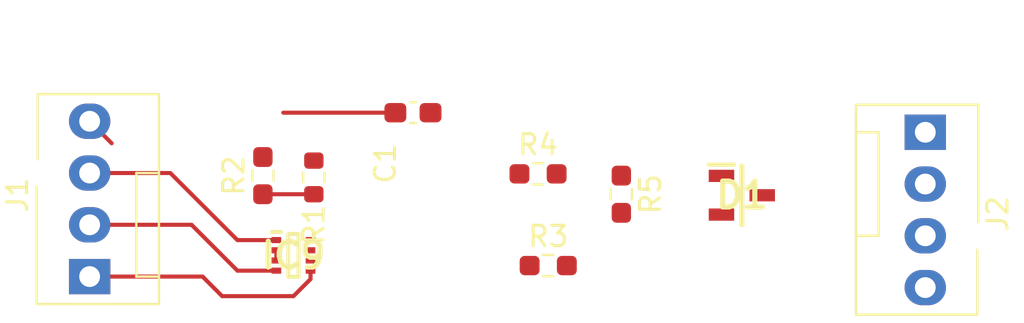
<source format=kicad_pcb>
(kicad_pcb (version 20240108) (generator "pcbnew") (generator_version "8.0")
  (layers (0 "F.Cu" signal) (31 "B.Cu" signal) (34 "B.Paste" user) (35 "F.Paste" user) (36 "B.SilkS" user "B.Silkscreen") (37 "F.SilkS" user "F.Silkscreen") (38 "B.Mask" user) (39 "F.Mask" user) (44 "Edge.Cuts" user))
  (net 0 "")
  (net 1 "VDD")
  (net 2 "GND")
  (net 3 "Net-(IC9-~{RE})")
  (net 4 "/UART RX")
  (net 5 "Net-(IC9-A)")
  (net 6 "Net-(IC9-B)")
  (net 7 "Net-(J2-Pin_2)")
  (net 8 "Net-(J2-Pin_3)")
  (net 9 "Net-(IC9-D)")
  (footprint "Library:SOT95P230X117-3N" (layer "F.Cu") (at 150 82.05)
    (property "Reference" "D1" (at 0 0 0) (layer "F.SilkS") (effects (font (size 1.27 1.27) (thickness 0.254))))
    (property "Value" "SM712" (hide yes))
    (fp_line (start -1.625 -1.5) (end -0.375 -1.5) (stroke (width 0.2)) (layer "F.SilkS"))
    (fp_line (start -0.025 -1.45) (end 0.025 -1.45) (stroke (width 0.2)) (layer "F.SilkS"))
    (fp_line (start -0.025 1.45) (end -0.025 -1.45) (stroke (width 0.2)) (layer "F.SilkS"))
    (fp_line (start 0.025 -1.45) (end 0.025 1.45) (stroke (width 0.2)) (layer "F.SilkS"))
    (fp_line (start 0.025 1.45) (end -0.025 1.45) (stroke (width 0.2)) (layer "F.SilkS"))
    (pad "1" smd rect (at -1 -0.95 90) (size 0.6 1.25) (layers "F.Cu" "F.Paste" "F.Mask") (net 8 "Net-(J2-Pin_3)"))
    (pad "2" smd rect (at -1 0.95 90) (size 0.6 1.25) (layers "F.Cu" "F.Paste" "F.Mask") (net 7 "Net-(J2-Pin_2)"))
    (pad "3" smd rect (at 1 0 90) (size 0.6 1.25) (layers "F.Cu" "F.Paste" "F.Mask") (net 2 "GND"))
  )
  (footprint "Resistor_SMD:R_0603_1608Metric_Pad0.98x0.95mm_HandSolder" (layer "F.Cu") (at 140.5 85.5)
    (property "Reference" "R3" (at 0 -1.43 0) (layer "F.SilkS"))
    (property "Value" "R")
    (fp_line (start -0.254724 -0.5225) (end 0.254724 -0.5225) (stroke (width 0.12)) (layer "F.SilkS"))
    (fp_line (start -0.254724 0.5225) (end 0.254724 0.5225) (stroke (width 0.12)) (layer "F.SilkS"))
    (pad "1" smd roundrect (at -0.9125 0) (size 0.975 0.95) (layers "F.Cu" "F.Paste" "F.Mask") (net 6 "Net-(IC9-B)"))
    (pad "2" smd roundrect (at 0.9125 0) (size 0.975 0.95) (layers "F.Cu" "F.Paste" "F.Mask") (net 7 "Net-(J2-Pin_2)"))
  )
  (footprint "Resistor_SMD:R_0603_1608Metric" (layer "F.Cu") (at 129 81.175 90)
    (property "Reference" "R1" (at -2.325 0 90) (layer "F.SilkS"))
    (property "Value" "R")
    (fp_line (start -0.237258 -0.5225) (end 0.237258 -0.5225) (stroke (width 0.12)) (layer "F.SilkS"))
    (fp_line (start -0.237258 0.5225) (end 0.237258 0.5225) (stroke (width 0.12)) (layer "F.SilkS"))
    (pad "1" smd roundrect (at -0.825 0 90) (size 0.8 0.95) (layers "F.Cu" "F.Paste" "F.Mask") (net 1 "VDD"))
    (pad "2" smd roundrect (at 0.825 0 90) (size 0.8 0.95) (layers "F.Cu" "F.Paste" "F.Mask") (net 4 "/UART RX"))
  )
  (footprint "Capacitor_SMD:C_0603_1608Metric_Pad1.08x0.95mm_HandSolder" (layer "F.Cu") (at 133.8625 78)
    (property "Reference" "C1" (at -1.3625 2.5 90) (layer "F.SilkS"))
    (property "Value" "C")
    (fp_line (start -0.146267 -0.51) (end 0.146267 -0.51) (stroke (width 0.12)) (layer "F.SilkS"))
    (fp_line (start -0.146267 0.51) (end 0.146267 0.51) (stroke (width 0.12)) (layer "F.SilkS"))
    (pad "1" smd roundrect (at -0.8625 0) (size 1.075 0.95) (layers "F.Cu" "F.Paste" "F.Mask") (net 1 "VDD"))
    (pad "2" smd roundrect (at 0.8625 0) (size 1.075 0.95) (layers "F.Cu" "F.Paste" "F.Mask") (net 2 "GND"))
  )
  (footprint "Resistor_SMD:R_0603_1608Metric_Pad0.98x0.95mm_HandSolder" (layer "F.Cu") (at 140 81)
    (property "Reference" "R4" (at 0 -1.43 0) (layer "F.SilkS"))
    (property "Value" "R")
    (fp_line (start -0.254724 -0.5225) (end 0.254724 -0.5225) (stroke (width 0.12)) (layer "F.SilkS"))
    (fp_line (start -0.254724 0.5225) (end 0.254724 0.5225) (stroke (width 0.12)) (layer "F.SilkS"))
    (pad "1" smd roundrect (at -0.9125 0) (size 0.975 0.95) (layers "F.Cu" "F.Paste" "F.Mask") (net 5 "Net-(IC9-A)"))
    (pad "2" smd roundrect (at 0.9125 0) (size 0.975 0.95) (layers "F.Cu" "F.Paste" "F.Mask") (net 8 "Net-(J2-Pin_3)"))
  )
  (footprint "Connector:FanPinHeader_1x04_P2.54mm_Vertical" (layer "F.Cu") (at 118 86.04 90)
    (property "Reference" "J1" (at 4 -3.55 90) (layer "F.SilkS"))
    (property "Value" "~")
    (fp_line (start -1.35 -2.6) (end 4.4 -2.6) (stroke (width 0.12)) (layer "F.SilkS"))
    (fp_line (start 8.95 -2.55) (end 8.95 3.4) (stroke (width 0.12)) (layer "F.SilkS"))
    (fp_line (start 5.75 -2.55) (end 8.95 -2.55) (stroke (width 0.12)) (layer "F.SilkS"))
    (fp_line (start 5.08 2.29) (end 5.08 3.3) (stroke (width 0.12)) (layer "F.SilkS"))
    (fp_line (start 0 2.29) (end 5.08 2.29) (stroke (width 0.12)) (layer "F.SilkS"))
    (fp_line (start 0 3.3) (end 0 2.29) (stroke (width 0.12)) (layer "F.SilkS"))
    (fp_line (start 8.95 3.4) (end -1.35 3.4) (stroke (width 0.12)) (layer "F.SilkS"))
    (fp_line (start -1.35 3.4) (end -1.35 -2.6) (stroke (width 0.12)) (layer "F.SilkS"))
    (pad "" np_thru_hole circle (at 5.08 -2.16 180) (size 1.1 1.1) (drill 1.1) (layers "*.Cu" "*.Mask"))
    (pad "1" thru_hole rect (at 0 0 180) (size 2.03 1.73) (drill 1.02) (layers "*.Cu" "*.Mask") (net 2 "GND"))
    (pad "2" thru_hole oval (at 2.54 0 180) (size 2.03 1.73) (drill 1.02) (layers "*.Cu" "*.Mask") (net 9 "Net-(IC9-D)"))
    (pad "3" thru_hole oval (at 5.08 0 180) (size 2.03 1.73) (drill 1.02) (layers "*.Cu" "*.Mask") (net 4 "/UART RX"))
    (pad "4" thru_hole oval (at 7.62 0 180) (size 2.03 1.73) (drill 1.02) (layers "*.Cu" "*.Mask") (net 1 "VDD"))
  )
  (footprint "Library:SOTFL50P160X60-8N" (layer "F.Cu") (at 128 85)
    (property "Reference" "IC9" (at 0 0 0) (layer "F.SilkS") (effects (font (size 1.27 1.27) (thickness 0.254))))
    (property "Value" "THVD1426DRLR" (hide yes))
    (fp_line (start -1.075 -1.15) (end -0.6 -1.15) (stroke (width 0.2)) (layer "F.SilkS"))
    (fp_line (start -0.25 -1.05) (end 0.25 -1.05) (stroke (width 0.2)) (layer "F.SilkS"))
    (fp_line (start -0.25 1.05) (end -0.25 -1.05) (stroke (width 0.2)) (layer "F.SilkS"))
    (fp_line (start 0.25 -1.05) (end 0.25 1.05) (stroke (width 0.2)) (layer "F.SilkS"))
    (fp_line (start 0.25 1.05) (end -0.25 1.05) (stroke (width 0.2)) (layer "F.SilkS"))
    (pad "1" smd rect (at -0.838 -0.75 90) (size 0.3 0.475) (layers "F.Cu" "F.Paste" "F.Mask") (net 4 "/UART RX"))
    (pad "2" smd rect (at -0.838 -0.25 90) (size 0.3 0.475) (layers "F.Cu" "F.Paste" "F.Mask") (net 3 "Net-(IC9-~{RE})"))
    (pad "3" smd rect (at -0.838 0.25 90) (size 0.3 0.475) (layers "F.Cu" "F.Paste" "F.Mask") (net 3 "Net-(IC9-~{RE})"))
    (pad "4" smd rect (at -0.838 0.75 90) (size 0.3 0.475) (layers "F.Cu" "F.Paste" "F.Mask") (net 9 "Net-(IC9-D)"))
    (pad "5" smd rect (at 0.838 0.75 90) (size 0.3 0.475) (layers "F.Cu" "F.Paste" "F.Mask") (net 2 "GND"))
    (pad "6" smd rect (at 0.838 0.25 90) (size 0.3 0.475) (layers "F.Cu" "F.Paste" "F.Mask") (net 5 "Net-(IC9-A)"))
    (pad "7" smd rect (at 0.838 -0.25 90) (size 0.3 0.475) (layers "F.Cu" "F.Paste" "F.Mask") (net 6 "Net-(IC9-B)"))
    (pad "8" smd rect (at 0.838 -0.75 90) (size 0.3 0.475) (layers "F.Cu" "F.Paste" "F.Mask") (net 1 "VDD"))
  )
  (footprint "Resistor_SMD:R_0603_1608Metric_Pad0.98x0.95mm_HandSolder" (layer "F.Cu") (at 144.0875 82 -90)
    (property "Reference" "R5" (at 0 -1.43 90) (layer "F.SilkS"))
    (property "Value" "R")
    (fp_line (start -0.254724 0.5225) (end 0.254724 0.5225) (stroke (width 0.12)) (layer "F.SilkS"))
    (fp_line (start -0.254724 -0.5225) (end 0.254724 -0.5225) (stroke (width 0.12)) (layer "F.SilkS"))
    (pad "1" smd roundrect (at -0.9125 0 270) (size 0.975 0.95) (layers "F.Cu" "F.Paste" "F.Mask") (net 8 "Net-(J2-Pin_3)"))
    (pad "2" smd roundrect (at 0.9125 0 270) (size 0.975 0.95) (layers "F.Cu" "F.Paste" "F.Mask") (net 7 "Net-(J2-Pin_2)"))
  )
  (footprint "Connector:FanPinHeader_1x04_P2.54mm_Vertical" (layer "F.Cu") (at 159 78.96 -90)
    (property "Reference" "J2" (at 4 -3.55 90) (layer "F.SilkS"))
    (property "Value" "Conn_01x04_Socket")
    (fp_line (start -1.35 3.4) (end -1.35 -2.6) (stroke (width 0.12)) (layer "F.SilkS"))
    (fp_line (start 8.95 3.4) (end -1.35 3.4) (stroke (width 0.12)) (layer "F.SilkS"))
    (fp_line (start 0 3.3) (end 0 2.29) (stroke (width 0.12)) (layer "F.SilkS"))
    (fp_line (start 0 2.29) (end 5.08 2.29) (stroke (width 0.12)) (layer "F.SilkS"))
    (fp_line (start 5.08 2.29) (end 5.08 3.3) (stroke (width 0.12)) (layer "F.SilkS"))
    (fp_line (start 5.75 -2.55) (end 8.95 -2.55) (stroke (width 0.12)) (layer "F.SilkS"))
    (fp_line (start 8.95 -2.55) (end 8.95 3.4) (stroke (width 0.12)) (layer "F.SilkS"))
    (fp_line (start -1.35 -2.6) (end 4.4 -2.6) (stroke (width 0.12)) (layer "F.SilkS"))
    (pad "" np_thru_hole circle (at 5.08 -2.16) (size 1.1 1.1) (drill 1.1) (layers "*.Cu" "*.Mask"))
    (pad "1" thru_hole rect (at 0 0) (size 2.03 1.73) (drill 1.02) (layers "*.Cu" "*.Mask") (net 2 "GND"))
    (pad "2" thru_hole oval (at 2.54 0) (size 2.03 1.73) (drill 1.02) (layers "*.Cu" "*.Mask") (net 7 "Net-(J2-Pin_2)"))
    (pad "3" thru_hole oval (at 5.08 0) (size 2.03 1.73) (drill 1.02) (layers "*.Cu" "*.Mask") (net 8 "Net-(J2-Pin_3)"))
    (pad "4" thru_hole oval (at 7.62 0) (size 2.03 1.73) (drill 1.02) (layers "*.Cu" "*.Mask") (net 1 "VDD"))
  )
  (footprint "Resistor_SMD:R_0603_1608Metric_Pad0.98x0.95mm_HandSolder" (layer "F.Cu") (at 126.5 81.0875 90)
    (property "Reference" "R2" (at 0 -1.43 90) (layer "F.SilkS"))
    (property "Value" "R")
    (fp_line (start -0.254724 -0.5225) (end 0.254724 -0.5225) (stroke (width 0.12)) (layer "F.SilkS"))
    (fp_line (start -0.254724 0.5225) (end 0.254724 0.5225) (stroke (width 0.12)) (layer "F.SilkS"))
    (pad "1" smd roundrect (at -0.9125 0 90) (size 0.975 0.95) (layers "F.Cu" "F.Paste" "F.Mask") (net 1 "VDD"))
    (pad "2" smd roundrect (at 0.9125 0 90) (size 0.975 0.95) (layers "F.Cu" "F.Paste" "F.Mask") (net 3 "Net-(IC9-~{RE})"))
  )
  (segment (start 119.08 79.5) (end 118 78.42) (width 0.2) (layer "F.Cu") (net 1))
  (segment (start 133 78) (end 127.5 78) (width 0.2) (layer "F.Cu") (net 1))
  (segment (start 129 82) (end 126.5 82) (width 0.2) (layer "F.Cu") (net 1))
  (segment (start 123.54 86.04) (end 124.5 87) (width 0.2) (layer "F.Cu") (net 2))
  (segment (start 124.5 87) (end 128 87) (width 0.2) (layer "F.Cu") (net 2))
  (segment (start 128 87) (end 128.838 86.162) (width 0.2) (layer "F.Cu") (net 2))
  (segment (start 128.838 86.162) (end 128.838 85.75) (width 0.2) (layer "F.Cu") (net 2))
  (segment (start 118 86.04) (end 123.54 86.04) (width 0.2) (layer "F.Cu") (net 2))
  (segment (start 127.162 85.25) (end 127.162 84.75) (width 0.2) (layer "F.Cu") (net 3))
  (segment (start 125.25 84.25) (end 127.162 84.25) (width 0.2) (layer "F.Cu") (net 4))
  (segment (start 118 80.96) (end 121.96 80.96) (width 0.2) (layer "F.Cu") (net 4))
  (segment (start 121.96 80.96) (end 125.25 84.25) (width 0.2) (layer "F.Cu") (net 4))
  (segment (start 118 83.5) (end 123 83.5) (width 0.2) (layer "F.Cu") (net 9))
  (segment (start 123 83.5) (end 125.25 85.75) (width 0.2) (layer "F.Cu") (net 9))
  (segment (start 125.25 85.75) (end 127.162 85.75) (width 0.2) (layer "F.Cu") (net 9))
)
</source>
